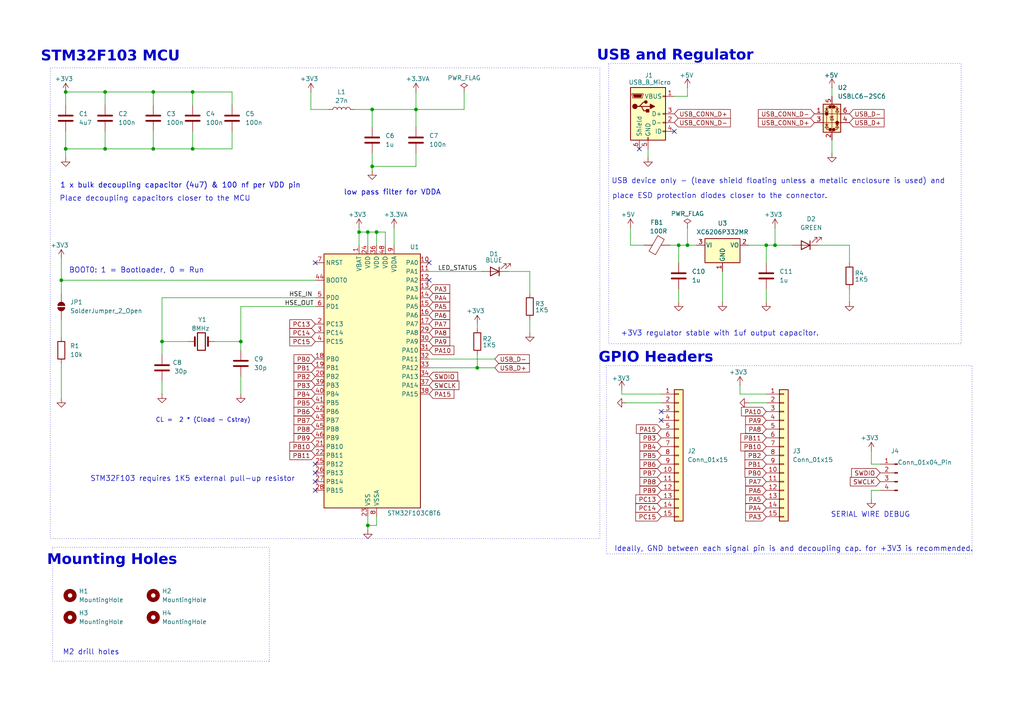
<source format=kicad_sch>
(kicad_sch (version 20231120) (generator "eeschema") (generator_version "8.0")
  (paper "A4")
  (title_block (title "STM32F103 Breakout Board") (date "2024-11-20") (rev "1.0") (company "Malusi Tsoko"))
  (lib_symbols
    (symbol "Connector:Conn_01x04_Pin" (pin_names (offset 1.016) hide)
      (property "Reference" "J" (at 0 5.08 0))
      (property "Value" "Conn_01x04_Pin" (at 0 -7.62 0))
      (symbol "Conn_01x04_Pin_1_1"
        (polyline (pts (xy 1.27 -5.08) (xy 0.8636 -5.08)) (stroke (width 0.1524)))
        (polyline (pts (xy 1.27 -2.54) (xy 0.8636 -2.54)) (stroke (width 0.1524)))
        (polyline (pts (xy 1.27 0) (xy 0.8636 0)) (stroke (width 0.1524)))
        (polyline (pts (xy 1.27 2.54) (xy 0.8636 2.54)) (stroke (width 0.1524)))
        (rectangle (start 0.8636 -4.953) (end 0 -5.207) (stroke (width 0.1524)) (fill (type outline)))
        (rectangle (start 0.8636 -2.413) (end 0 -2.667) (stroke (width 0.1524)) (fill (type outline)))
        (rectangle (start 0.8636 0.127) (end 0 -0.127) (stroke (width 0.1524)) (fill (type outline)))
        (rectangle (start 0.8636 2.667) (end 0 2.413) (stroke (width 0.1524)) (fill (type outline)))
        (pin passive line (at 5.08 2.54 180) (length 3.81) (name "Pin_1") (number "1"))
        (pin passive line (at 5.08 0 180) (length 3.81) (name "Pin_2") (number "2"))
        (pin passive line (at 5.08 -2.54 180) (length 3.81) (name "Pin_3") (number "3"))
        (pin passive line (at 5.08 -5.08 180) (length 3.81) (name "Pin_4") (number "4"))
      )
    )
    (symbol "Connector:USB_B_Micro" (pin_names (offset 1.016))
      (property "Reference" "J" (at -5.08 11.43 0))
      (property "Value" "USB_B_Micro" (at -5.08 8.89 0))
      (symbol "USB_B_Micro_0_1"
        (rectangle (start -5.08 -7.62) (end 5.08 7.62) (stroke (width 0.254)) (fill (type background)))
        (circle (center -3.81 2.159) (radius 0.635) (stroke (width 0.254)) (fill (type outline)))
        (circle (center -0.635 3.429) (radius 0.381) (stroke (width 0.254)) (fill (type outline)))
        (rectangle (start -0.127 -7.62) (end 0.127 -6.858))
        (polyline (pts (xy -1.905 2.159) (xy 0.635 2.159)) (stroke (width 0.254)))
        (polyline (pts (xy -3.175 2.159) (xy -2.54 2.159) (xy -1.27 3.429) (xy -0.635 3.429)) (stroke (width 0.254)))
        (polyline (pts (xy -2.54 2.159) (xy -1.905 2.159) (xy -1.27 0.889) (xy 0 0.889)) (stroke (width 0.254)))
        (polyline (pts (xy 0.635 2.794) (xy 0.635 1.524) (xy 1.905 2.159) (xy 0.635 2.794)) (stroke (width 0.254)) (fill (type outline)))
        (polyline (pts (xy -4.318 5.588) (xy -1.778 5.588) (xy -2.032 4.826) (xy -4.064 4.826) (xy -4.318 5.588)) (fill (type outline)))
        (polyline (pts (xy -4.699 5.842) (xy -4.699 5.588) (xy -4.445 4.826) (xy -4.445 4.572) (xy -1.651 4.572) (xy -1.651 4.826) (xy -1.397 5.588) (xy -1.397 5.842) (xy -4.699 5.842)))
        (rectangle (start 0.254 1.27) (end -0.508 0.508) (stroke (width 0.254)) (fill (type outline)))
        (rectangle (start 5.08 -5.207) (end 4.318 -4.953))
        (rectangle (start 5.08 -2.667) (end 4.318 -2.413))
        (rectangle (start 5.08 -0.127) (end 4.318 0.127))
        (rectangle (start 5.08 4.953) (end 4.318 5.207))
      )
      (symbol "USB_B_Micro_1_1"
        (pin power_out line (at 7.62 5.08 180) (length 2.54) (name "VBUS") (number "1"))
        (pin bidirectional line (at 7.62 -2.54 180) (length 2.54) (name "D-") (number "2"))
        (pin bidirectional line (at 7.62 0 180) (length 2.54) (name "D+") (number "3"))
        (pin passive line (at 7.62 -5.08 180) (length 2.54) (name "ID") (number "4"))
        (pin power_out line (at 0 -10.16 90) (length 2.54) (name "GND") (number "5"))
        (pin passive line (at -2.54 -10.16 90) (length 2.54) (name "Shield") (number "6"))
      )
    )
    (symbol "Connector_Generic:Conn_01x15" (pin_names (offset 1.016) hide)
      (property "Reference" "J" (at 0 20.32 0))
      (property "Value" "Conn_01x15" (at 0 -20.32 0))
      (symbol "Conn_01x15_1_1"
        (rectangle (start -1.27 -17.653) (end 0 -17.907) (stroke (width 0.1524)))
        (rectangle (start -1.27 -15.113) (end 0 -15.367) (stroke (width 0.1524)))
        (rectangle (start -1.27 -12.573) (end 0 -12.827) (stroke (width 0.1524)))
        (rectangle (start -1.27 -10.033) (end 0 -10.287) (stroke (width 0.1524)))
        (rectangle (start -1.27 -7.493) (end 0 -7.747) (stroke (width 0.1524)))
        (rectangle (start -1.27 -4.953) (end 0 -5.207) (stroke (width 0.1524)))
        (rectangle (start -1.27 -2.413) (end 0 -2.667) (stroke (width 0.1524)))
        (rectangle (start -1.27 0.127) (end 0 -0.127) (stroke (width 0.1524)))
        (rectangle (start -1.27 2.667) (end 0 2.413) (stroke (width 0.1524)))
        (rectangle (start -1.27 5.207) (end 0 4.953) (stroke (width 0.1524)))
        (rectangle (start -1.27 7.747) (end 0 7.493) (stroke (width 0.1524)))
        (rectangle (start -1.27 10.287) (end 0 10.033) (stroke (width 0.1524)))
        (rectangle (start -1.27 12.827) (end 0 12.573) (stroke (width 0.1524)))
        (rectangle (start -1.27 15.367) (end 0 15.113) (stroke (width 0.1524)))
        (rectangle (start -1.27 17.907) (end 0 17.653) (stroke (width 0.1524)))
        (rectangle (start -1.27 19.05) (end 1.27 -19.05) (stroke (width 0.254)) (fill (type background)))
        (pin passive line (at -5.08 17.78 0) (length 3.81) (name "Pin_1") (number "1"))
        (pin passive line (at -5.08 -5.08 0) (length 3.81) (name "Pin_10") (number "10"))
        (pin passive line (at -5.08 -7.62 0) (length 3.81) (name "Pin_11") (number "11"))
        (pin passive line (at -5.08 -10.16 0) (length 3.81) (name "Pin_12") (number "12"))
        (pin passive line (at -5.08 -12.7 0) (length 3.81) (name "Pin_13") (number "13"))
        (pin passive line (at -5.08 -15.24 0) (length 3.81) (name "Pin_14") (number "14"))
        (pin passive line (at -5.08 -17.78 0) (length 3.81) (name "Pin_15") (number "15"))
        (pin passive line (at -5.08 15.24 0) (length 3.81) (name "Pin_2") (number "2"))
        (pin passive line (at -5.08 12.7 0) (length 3.81) (name "Pin_3") (number "3"))
        (pin passive line (at -5.08 10.16 0) (length 3.81) (name "Pin_4") (number "4"))
        (pin passive line (at -5.08 7.62 0) (length 3.81) (name "Pin_5") (number "5"))
        (pin passive line (at -5.08 5.08 0) (length 3.81) (name "Pin_6") (number "6"))
        (pin passive line (at -5.08 2.54 0) (length 3.81) (name "Pin_7") (number "7"))
        (pin passive line (at -5.08 0 0) (length 3.81) (name "Pin_8") (number "8"))
        (pin passive line (at -5.08 -2.54 0) (length 3.81) (name "Pin_9") (number "9"))
      )
    )
    (symbol "Device:C" (pin_numbers hide) (pin_names (offset 0.254))
      (property "Reference" "C" (at 0.635 2.54 0))
      (property "Value" "C" (at 0.635 -2.54 0))
      (symbol "C_0_1"
        (polyline (pts (xy -2.032 -0.762) (xy 2.032 -0.762)) (stroke (width 0.508)))
        (polyline (pts (xy -2.032 0.762) (xy 2.032 0.762)) (stroke (width 0.508)))
      )
      (symbol "C_1_1"
        (pin passive line (at 0 3.81 270) (length 2.794) (name "~") (number "1"))
        (pin passive line (at 0 -3.81 90) (length 2.794) (name "~") (number "2"))
      )
    )
    (symbol "Device:Crystal" (pin_numbers hide) (pin_names (offset 1.016) hide)
      (property "Reference" "Y" (at 0 3.81 0))
      (property "Value" "Crystal" (at 0 -3.81 0))
      (symbol "Crystal_0_1"
        (rectangle (start -1.143 2.54) (end 1.143 -2.54) (stroke (width 0.3048)))
        (polyline (pts (xy -2.54 0) (xy -1.905 0)))
        (polyline (pts (xy -1.905 -1.27) (xy -1.905 1.27)) (stroke (width 0.508)))
        (polyline (pts (xy 1.905 -1.27) (xy 1.905 1.27)) (stroke (width 0.508)))
        (polyline (pts (xy 2.54 0) (xy 1.905 0)))
      )
      (symbol "Crystal_1_1"
        (pin passive line (at -3.81 0 0) (length 1.27) (name "1") (number "1"))
        (pin passive line (at 3.81 0 180) (length 1.27) (name "2") (number "2"))
      )
    )
    (symbol "Device:FerriteBead" (pin_numbers hide) (pin_names (offset 0))
      (property "Reference" "FB" (at -3.81 0.635 90))
      (property "Value" "FerriteBead" (at 3.81 0 90))
      (symbol "FerriteBead_0_1"
        (polyline (pts (xy 0 -1.27) (xy 0 -1.2192)))
        (polyline (pts (xy 0 1.27) (xy 0 1.2954)))
        (polyline (pts (xy -2.7686 0.4064) (xy -1.7018 2.2606) (xy 2.7686 -0.3048) (xy 1.6764 -2.159) (xy -2.7686 0.4064)))
      )
      (symbol "FerriteBead_1_1"
        (pin passive line (at 0 3.81 270) (length 2.54) (name "~") (number "1"))
        (pin passive line (at 0 -3.81 90) (length 2.54) (name "~") (number "2"))
      )
    )
    (symbol "Device:L" (pin_numbers hide) (pin_names (offset 1.016) hide)
      (property "Reference" "L" (at -1.27 0 90))
      (property "Value" "L" (at 1.905 0 90))
      (symbol "L_0_1"
        (arc (start 0 -2.54) (mid 0.6323 -1.905) (end 0 -1.27))
        (arc (start 0 -1.27) (mid 0.6323 -0.635) (end 0 0))
        (arc (start 0 0) (mid 0.6323 0.635) (end 0 1.27))
        (arc (start 0 1.27) (mid 0.6323 1.905) (end 0 2.54))
      )
      (symbol "L_1_1"
        (pin passive line (at 0 3.81 270) (length 1.27) (name "1") (number "1"))
        (pin passive line (at 0 -3.81 90) (length 1.27) (name "2") (number "2"))
      )
    )
    (symbol "Device:LED" (pin_numbers hide) (pin_names (offset 1.016) hide)
      (property "Reference" "D" (at 0 2.54 0))
      (property "Value" "LED" (at 0 -2.54 0))
      (symbol "LED_0_1"
        (polyline (pts (xy -1.27 -1.27) (xy -1.27 1.27)) (stroke (width 0.254)))
        (polyline (pts (xy -1.27 0) (xy 1.27 0)))
        (polyline (pts (xy 1.27 -1.27) (xy 1.27 1.27) (xy -1.27 0) (xy 1.27 -1.27)) (stroke (width 0.254)))
        (polyline (pts (xy -3.048 -0.762) (xy -4.572 -2.286) (xy -3.81 -2.286) (xy -4.572 -2.286) (xy -4.572 -1.524)))
        (polyline (pts (xy -1.778 -0.762) (xy -3.302 -2.286) (xy -2.54 -2.286) (xy -3.302 -2.286) (xy -3.302 -1.524)))
      )
      (symbol "LED_1_1"
        (pin passive line (at -3.81 0 0) (length 2.54) (name "K") (number "1"))
        (pin passive line (at 3.81 0 180) (length 2.54) (name "A") (number "2"))
      )
    )
    (symbol "Device:R" (pin_numbers hide) (pin_names (offset 0))
      (property "Reference" "R" (at 2.032 0 90))
      (property "Value" "R" (at 0 0 90))
      (symbol "R_0_1"
        (rectangle (start -1.016 -2.54) (end 1.016 2.54) (stroke (width 0.254)))
      )
      (symbol "R_1_1"
        (pin passive line (at 0 3.81 270) (length 1.27) (name "~") (number "1"))
        (pin passive line (at 0 -3.81 90) (length 1.27) (name "~") (number "2"))
      )
    )
    (symbol "Jumper:SolderJumper_2_Open" (pin_numbers hide) (pin_names (offset 0) hide) (exclude_from_sim yes) (in_bom no)
      (property "Reference" "JP" (at 0 2.032 0))
      (property "Value" "SolderJumper_2_Open" (at 0 -2.54 0))
      (symbol "SolderJumper_2_Open_0_1"
        (arc (start -0.254 1.016) (mid -1.2656 0) (end -0.254 -1.016))
        (arc (start -0.254 1.016) (mid -1.2656 0) (end -0.254 -1.016) (fill (type outline)))
        (polyline (pts (xy -0.254 1.016) (xy -0.254 -1.016)))
        (polyline (pts (xy 0.254 1.016) (xy 0.254 -1.016)))
        (arc (start 0.254 -1.016) (mid 1.2656 0) (end 0.254 1.016))
        (arc (start 0.254 -1.016) (mid 1.2656 0) (end 0.254 1.016) (fill (type outline)))
      )
      (symbol "SolderJumper_2_Open_1_1"
        (pin passive line (at -3.81 0 0) (length 2.54) (name "A") (number "1"))
        (pin passive line (at 3.81 0 180) (length 2.54) (name "B") (number "2"))
      )
    )
    (symbol "MCU_ST_STM32F1:STM32F103C8Tx"
      (property "Reference" "U" (at -12.7 39.37 0))
      (property "Value" "STM32F103C8Tx" (at 10.16 39.37 0))
      (symbol "STM32F103C8Tx_0_1"
        (rectangle (start -12.7 -35.56) (end 15.24 38.1) (stroke (width 0.254)) (fill (type background)))
      )
      (symbol "STM32F103C8Tx_1_1"
        (pin power_in line (at -2.54 40.64 270) (length 2.54) (name "VBAT") (number "1"))
        (pin bidirectional line (at 17.78 35.56 180) (length 2.54) (name "PA0") (number "10"))
        (pin bidirectional line (at 17.78 33.02 180) (length 2.54) (name "PA1") (number "11"))
        (pin bidirectional line (at 17.78 30.48 180) (length 2.54) (name "PA2") (number "12"))
        (pin bidirectional line (at 17.78 27.94 180) (length 2.54) (name "PA3") (number "13"))
        (pin bidirectional line (at 17.78 25.4 180) (length 2.54) (name "PA4") (number "14"))
        (pin bidirectional line (at 17.78 22.86 180) (length 2.54) (name "PA5") (number "15"))
        (pin bidirectional line (at 17.78 20.32 180) (length 2.54) (name "PA6") (number "16"))
        (pin bidirectional line (at 17.78 17.78 180) (length 2.54) (name "PA7") (number "17"))
        (pin bidirectional line (at -15.24 7.62 0) (length 2.54) (name "PB0") (number "18"))
        (pin bidirectional line (at -15.24 5.08 0) (length 2.54) (name "PB1") (number "19"))
        (pin bidirectional line (at -15.24 17.78 0) (length 2.54) (name "PC13") (number "2"))
        (pin bidirectional line (at -15.24 2.54 0) (length 2.54) (name "PB2") (number "20"))
        (pin bidirectional line (at -15.24 -17.78 0) (length 2.54) (name "PB10") (number "21"))
        (pin bidirectional line (at -15.24 -20.32 0) (length 2.54) (name "PB11") (number "22"))
        (pin power_in line (at 0 -38.1 90) (length 2.54) (name "VSS") (number "23"))
        (pin power_in line (at 0 40.64 270) (length 2.54) (name "VDD") (number "24"))
        (pin bidirectional line (at -15.24 -22.86 0) (length 2.54) (name "PB12") (number "25"))
        (pin bidirectional line (at -15.24 -25.4 0) (length 2.54) (name "PB13") (number "26"))
        (pin bidirectional line (at -15.24 -27.94 0) (length 2.54) (name "PB14") (number "27"))
        (pin bidirectional line (at -15.24 -30.48 0) (length 2.54) (name "PB15") (number "28"))
        (pin bidirectional line (at 17.78 15.24 180) (length 2.54) (name "PA8") (number "29"))
        (pin bidirectional line (at -15.24 15.24 0) (length 2.54) (name "PC14") (number "3"))
        (pin bidirectional line (at 17.78 12.7 180) (length 2.54) (name "PA9") (number "30"))
        (pin bidirectional line (at 17.78 10.16 180) (length 2.54) (name "PA10") (number "31"))
        (pin bidirectional line (at 17.78 7.62 180) (length 2.54) (name "PA11") (number "32"))
        (pin bidirectional line (at 17.78 5.08 180) (length 2.54) (name "PA12") (number "33"))
        (pin bidirectional line (at 17.78 2.54 180) (length 2.54) (name "PA13") (number "34"))
        (pin passive line (at 0 -38.1 90) (length 2.54) hide (name "VSS") (number "35"))
        (pin power_in line (at 2.54 40.64 270) (length 2.54) (name "VDD") (number "36"))
        (pin bidirectional line (at 17.78 0 180) (length 2.54) (name "PA14") (number "37"))
        (pin bidirectional line (at 17.78 -2.54 180) (length 2.54) (name "PA15") (number "38"))
        (pin bidirectional line (at -15.24 0 0) (length 2.54) (name "PB3") (number "39"))
        (pin bidirectional line (at -15.24 12.7 0) (length 2.54) (name "PC15") (number "4"))
        (pin bidirectional line (at -15.24 -2.54 0) (length 2.54) (name "PB4") (number "40"))
        (pin bidirectional line (at -15.24 -5.08 0) (length 2.54) (name "PB5") (number "41"))
        (pin bidirectional line (at -15.24 -7.62 0) (length 2.54) (name "PB6") (number "42"))
        (pin bidirectional line (at -15.24 -10.16 0) (length 2.54) (name "PB7") (number "43"))
        (pin input line (at -15.24 30.48 0) (length 2.54) (name "BOOT0") (number "44"))
        (pin bidirectional line (at -15.24 -12.7 0) (length 2.54) (name "PB8") (number "45"))
        (pin bidirectional line (at -15.24 -15.24 0) (length 2.54) (name "PB9") (number "46"))
        (pin passive line (at 0 -38.1 90) (length 2.54) hide (name "VSS") (number "47"))
        (pin power_in line (at 5.08 40.64 270) (length 2.54) (name "VDD") (number "48"))
        (pin bidirectional line (at -15.24 25.4 0) (length 2.54) (name "PD0") (number "5"))
        (pin bidirectional line (at -15.24 22.86 0) (length 2.54) (name "PD1") (number "6"))
        (pin input line (at -15.24 35.56 0) (length 2.54) (name "NRST") (number "7"))
        (pin power_in line (at 2.54 -38.1 90) (length 2.54) (name "VSSA") (number "8"))
        (pin power_in line (at 7.62 40.64 270) (length 2.54) (name "VDDA") (number "9"))
      )
    )
    (symbol "Mechanical:MountingHole" (pin_names (offset 1.016)) (exclude_from_sim yes) (in_bom no)
      (property "Reference" "H" (at 0 5.08 0))
      (property "Value" "MountingHole" (at 0 3.175 0))
      (symbol "MountingHole_0_1"
        (circle (center 0 0) (radius 1.27) (stroke (width 1.27)))
      )
    )
    (symbol "Power_Protection:USBLC6-2SC6" (pin_names hide)
      (property "Reference" "U" (at 0.635 5.715 0))
      (property "Value" "USBLC6-2SC6" (at 0.635 3.81 0))
      (symbol "USBLC6-2SC6_0_0"
        (circle (center -1.524 0) (radius 0.0001) (stroke (width 0.508)))
        (circle (center -0.508 -4.572) (radius 0.0001) (stroke (width 0.508)))
        (circle (center -0.508 2.032) (radius 0.0001) (stroke (width 0.508)))
        (circle (center 0.508 -4.572) (radius 0.0001) (stroke (width 0.508)))
        (circle (center 0.508 2.032) (radius 0.0001) (stroke (width 0.508)))
        (circle (center 1.524 -2.54) (radius 0.0001) (stroke (width 0.508)))
      )
      (symbol "USBLC6-2SC6_0_1"
        (polyline (pts (xy -2.54 -2.54) (xy 2.54 -2.54)))
        (polyline (pts (xy -2.54 0) (xy 2.54 0)))
        (polyline (pts (xy -2.032 -3.048) (xy -1.016 -3.048)))
        (polyline (pts (xy -1.016 1.524) (xy -2.032 1.524)))
        (polyline (pts (xy 1.016 -3.048) (xy 2.032 -3.048)))
        (polyline (pts (xy 1.016 1.524) (xy 2.032 1.524)))
        (polyline (pts (xy -0.508 -1.143) (xy -0.508 -0.762) (xy 0.508 -0.762)))
        (polyline (pts (xy -2.032 0.508) (xy -1.016 0.508) (xy -1.524 1.524) (xy -2.032 0.508)))
        (polyline (pts (xy -1.016 -4.064) (xy -2.032 -4.064) (xy -1.524 -3.048) (xy -1.016 -4.064)))
        (polyline (pts (xy 0.508 -1.778) (xy -0.508 -1.778) (xy 0 -0.762) (xy 0.508 -1.778)))
        (polyline (pts (xy 2.032 -4.064) (xy 1.016 -4.064) (xy 1.524 -3.048) (xy 2.032 -4.064)))
        (polyline (pts (xy 2.032 0.508) (xy 1.016 0.508) (xy 1.524 1.524) (xy 2.032 0.508)))
        (polyline (pts (xy 0 2.54) (xy -0.508 2.032) (xy 0.508 2.032) (xy 0 1.524) (xy 0 -4.064) (xy -0.508 -4.572) (xy 0.508 -4.572) (xy 0 -5.08)))
      )
      (symbol "USBLC6-2SC6_1_1"
        (rectangle (start -2.54 2.794) (end 2.54 -5.334) (stroke (width 0.254)) (fill (type background)))
        (polyline (pts (xy -0.508 2.032) (xy -1.524 2.032) (xy -1.524 -4.572) (xy -0.508 -4.572)))
        (polyline (pts (xy 0.508 -4.572) (xy 1.524 -4.572) (xy 1.524 2.032) (xy 0.508 2.032)))
        (pin passive line (at -5.08 0 0) (length 2.54) (name "I/O1") (number "1"))
        (pin passive line (at 0 -7.62 90) (length 2.54) (name "GND") (number "2"))
        (pin passive line (at -5.08 -2.54 0) (length 2.54) (name "I/O2") (number "3"))
        (pin passive line (at 5.08 -2.54 180) (length 2.54) (name "I/O2") (number "4"))
        (pin passive line (at 0 5.08 270) (length 2.54) (name "VBUS") (number "5"))
        (pin passive line (at 5.08 0 180) (length 2.54) (name "I/O1") (number "6"))
      )
    )
    (symbol "Regulator_Linear:XC6206PxxxMR" (pin_names (offset 0.254))
      (property "Reference" "U" (at -3.81 3.175 0))
      (property "Value" "XC6206PxxxMR" (at 0 3.175 0))
      (symbol "XC6206PxxxMR_0_1"
        (rectangle (start -5.08 1.905) (end 5.08 -5.08) (stroke (width 0.254)) (fill (type background)))
      )
      (symbol "XC6206PxxxMR_1_1"
        (pin power_in line (at 0 -7.62 90) (length 2.54) (name "GND") (number "1"))
        (pin power_out line (at 7.62 0 180) (length 2.54) (name "VO") (number "2"))
        (pin power_in line (at -7.62 0 0) (length 2.54) (name "VI") (number "3"))
      )
    )
    (symbol "power:+3.3VA" (power) (pin_numbers hide) (pin_names (offset 0) hide)
      (property "Value" "+3.3VA" (at 0 3.556 0))
      (symbol "+3.3VA_0_1"
        (polyline (pts (xy -0.762 1.27) (xy 0 2.54)))
        (polyline (pts (xy 0 0) (xy 0 2.54)))
        (polyline (pts (xy 0 2.54) (xy 0.762 1.27)))
      )
      (symbol "+3.3VA_1_1"
        (pin power_in line (at 0 0 90) (length 0) (name "~") (number "1"))
      )
    )
    (symbol "power:+3V3" (power) (pin_numbers hide) (pin_names (offset 0) hide)
      (property "Value" "+3V3" (at 0 3.556 0))
      (symbol "+3V3_0_1"
        (polyline (pts (xy -0.762 1.27) (xy 0 2.54)))
        (polyline (pts (xy 0 0) (xy 0 2.54)))
        (polyline (pts (xy 0 2.54) (xy 0.762 1.27)))
      )
      (symbol "+3V3_1_1"
        (pin power_in line (at 0 0 90) (length 0) (name "~") (number "1"))
      )
    )
    (symbol "power:+5V" (power) (pin_numbers hide) (pin_names (offset 0) hide)
      (property "Value" "+5V" (at 0 3.556 0))
      (symbol "+5V_0_1"
        (polyline (pts (xy -0.762 1.27) (xy 0 2.54)))
        (polyline (pts (xy 0 0) (xy 0 2.54)))
        (polyline (pts (xy 0 2.54) (xy 0.762 1.27)))
      )
      (symbol "+5V_1_1"
        (pin power_in line (at 0 0 90) (length 0) (name "~") (number "1"))
      )
    )
    (symbol "power:GND" (power) (pin_numbers hide) (pin_names (offset 0) hide)
      (property "Value" "GND" (at 0 -3.81 0))
      (symbol "GND_0_1"
        (polyline (pts (xy 0 0) (xy 0 -1.27) (xy 1.27 -1.27) (xy 0 -2.54) (xy -1.27 -1.27) (xy 0 -1.27)))
      )
      (symbol "GND_1_1"
        (pin power_in line (at 0 0 270) (length 0) (name "~") (number "1"))
      )
    )
    (symbol "power:PWR_FLAG" (power) (pin_numbers hide) (pin_names (offset 0) hide)
      (property "Value" "PWR_FLAG" (at 0 3.81 0))
      (symbol "PWR_FLAG_0_0"
        (pin power_out line (at 0 0 90) (length 0) (name "~") (number "1"))
      )
      (symbol "PWR_FLAG_0_1"
        (polyline (pts (xy 0 0) (xy 0 1.27) (xy -1.016 1.905) (xy 0 2.54) (xy 1.016 1.905) (xy 0 1.27)))
      )
    )
  )
  (junction (at 55.88 26.67))
  (junction (at 199.39 71.12))
  (junction (at 109.22 67.31))
  (junction (at 30.48 43.18))
  (junction (at 138.43 106.68))
  (junction (at 106.68 152.4))
  (junction (at 222.25 71.12))
  (junction (at 19.05 26.67))
  (junction (at 196.85 71.12))
  (junction (at 107.95 48.26))
  (junction (at 104.14 67.31))
  (junction (at 44.45 26.67))
  (junction (at 106.68 67.31))
  (junction (at 55.88 43.18))
  (junction (at 44.45 43.18))
  (junction (at 224.79 71.12))
  (junction (at 19.05 43.18))
  (junction (at 107.95 31.75))
  (junction (at 46.99 99.06))
  (junction (at 69.85 99.06))
  (junction (at 120.65 31.75))
  (junction (at 30.48 26.67))
  (junction (at 17.78 81.28))
  (no_connect (at 91.44 134.62))
  (no_connect (at 191.77 121.92))
  (no_connect (at 91.44 137.16))
  (no_connect (at 191.77 119.38))
  (no_connect (at 195.58 38.1))
  (no_connect (at 91.44 139.7))
  (no_connect (at 124.46 81.28))
  (no_connect (at 91.44 76.2))
  (no_connect (at 185.42 43.18))
  (no_connect (at 91.44 142.24))
  (no_connect (at 124.46 76.2))
  (wire (pts (xy 17.78 81.28) (xy 17.78 85.09)))
  (wire (pts (xy 44.45 38.1) (xy 44.45 43.18)))
  (wire (pts (xy 214.63 111.76) (xy 214.63 114.3)))
  (wire (pts (xy 217.17 71.12) (xy 222.25 71.12)))
  (wire (pts (xy 222.25 71.12) (xy 222.25 76.2)))
  (wire (pts (xy 55.88 38.1) (xy 55.88 43.18)))
  (wire (pts (xy 67.31 26.67) (xy 55.88 26.67)))
  (wire (pts (xy 224.79 71.12) (xy 222.25 71.12)))
  (wire (pts (xy 55.88 26.67) (xy 44.45 26.67)))
  (wire (pts (xy 214.63 114.3) (xy 222.25 114.3)))
  (wire (pts (xy 252.73 144.78) (xy 252.73 142.24)))
  (wire (pts (xy 241.3 25.4) (xy 241.3 27.94)))
  (wire (pts (xy 19.05 43.18) (xy 19.05 45.72)))
  (wire (pts (xy 252.73 142.24) (xy 255.27 142.24)))
  (wire (pts (xy 17.78 92.71) (xy 17.78 97.79)))
  (wire (pts (xy 106.68 67.31) (xy 106.68 71.12)))
  (wire (pts (xy 104.14 67.31) (xy 104.14 71.12)))
  (wire (pts (xy 187.96 43.18) (xy 187.96 45.72)))
  (wire (pts (xy 109.22 149.86) (xy 109.22 152.4)))
  (wire (pts (xy 67.31 30.48) (xy 67.31 26.67)))
  (wire (pts (xy 107.95 44.45) (xy 107.95 48.26)))
  (wire (pts (xy 153.67 78.74) (xy 153.67 85.09)))
  (wire (pts (xy 107.95 31.75) (xy 120.65 31.75)))
  (wire (pts (xy 196.85 71.12) (xy 196.85 76.2)))
  (wire (pts (xy 196.85 71.12) (xy 199.39 71.12)))
  (wire (pts (xy 90.17 26.67) (xy 90.17 31.75)))
  (wire (pts (xy 199.39 71.12) (xy 201.93 71.12)))
  (wire (pts (xy 124.46 104.14) (xy 143.51 104.14)))
  (wire (pts (xy 102.87 31.75) (xy 107.95 31.75)))
  (wire (pts (xy 111.76 71.12) (xy 111.76 67.31)))
  (wire (pts (xy 138.43 93.98) (xy 138.43 95.25)))
  (wire (pts (xy 109.22 67.31) (xy 109.22 71.12)))
  (wire (pts (xy 109.22 67.31) (xy 106.68 67.31)))
  (wire (pts (xy 182.88 66.04) (xy 182.88 71.12)))
  (wire (pts (xy 153.67 92.71) (xy 153.67 96.52)))
  (wire (pts (xy 91.44 86.36) (xy 46.99 86.36)))
  (wire (pts (xy 180.34 113.03) (xy 180.34 114.3)))
  (wire (pts (xy 17.78 105.41) (xy 17.78 115.57)))
  (wire (pts (xy 17.78 74.93) (xy 17.78 81.28)))
  (wire (pts (xy 134.62 26.67) (xy 134.62 31.75)))
  (wire (pts (xy 54.61 99.06) (xy 46.99 99.06)))
  (wire (pts (xy 111.76 67.31) (xy 109.22 67.31)))
  (wire (pts (xy 46.99 110.49) (xy 46.99 114.3)))
  (wire (pts (xy 44.45 43.18) (xy 55.88 43.18)))
  (wire (pts (xy 246.38 83.82) (xy 246.38 87.63)))
  (wire (pts (xy 180.34 114.3) (xy 191.77 114.3)))
  (wire (pts (xy 107.95 31.75) (xy 107.95 36.83)))
  (wire (pts (xy 182.88 71.12) (xy 186.69 71.12)))
  (wire (pts (xy 199.39 25.4) (xy 199.39 27.94)))
  (wire (pts (xy 246.38 76.2) (xy 246.38 71.12)))
  (wire (pts (xy 147.32 78.74) (xy 153.67 78.74)))
  (wire (pts (xy 106.68 67.31) (xy 104.14 67.31)))
  (wire (pts (xy 69.85 88.9) (xy 69.85 99.06)))
  (wire (pts (xy 30.48 43.18) (xy 44.45 43.18)))
  (wire (pts (xy 30.48 38.1) (xy 30.48 43.18)))
  (wire (pts (xy 107.95 48.26) (xy 107.95 49.53)))
  (wire (pts (xy 120.65 31.75) (xy 120.65 36.83)))
  (wire (pts (xy 44.45 26.67) (xy 44.45 30.48)))
  (wire (pts (xy 217.17 116.84) (xy 222.25 116.84)))
  (wire (pts (xy 120.65 48.26) (xy 107.95 48.26)))
  (wire (pts (xy 62.23 99.06) (xy 69.85 99.06)))
  (wire (pts (xy 30.48 26.67) (xy 19.05 26.67)))
  (wire (pts (xy 55.88 43.18) (xy 67.31 43.18)))
  (wire (pts (xy 19.05 38.1) (xy 19.05 43.18)))
  (wire (pts (xy 67.31 38.1) (xy 67.31 43.18)))
  (wire (pts (xy 229.87 71.12) (xy 224.79 71.12)))
  (wire (pts (xy 114.3 66.04) (xy 114.3 71.12)))
  (wire (pts (xy 46.99 99.06) (xy 46.99 102.87)))
  (wire (pts (xy 124.46 78.74) (xy 139.7 78.74)))
  (wire (pts (xy 138.43 102.87) (xy 138.43 106.68)))
  (wire (pts (xy 69.85 88.9) (xy 91.44 88.9)))
  (wire (pts (xy 252.73 134.62) (xy 252.73 130.81)))
  (wire (pts (xy 209.55 78.74) (xy 209.55 87.63)))
  (wire (pts (xy 246.38 71.12) (xy 237.49 71.12)))
  (wire (pts (xy 106.68 149.86) (xy 106.68 152.4)))
  (wire (pts (xy 104.14 66.04) (xy 104.14 67.31)))
  (wire (pts (xy 194.31 71.12) (xy 196.85 71.12)))
  (wire (pts (xy 134.62 31.75) (xy 120.65 31.75)))
  (wire (pts (xy 17.78 81.28) (xy 91.44 81.28)))
  (wire (pts (xy 44.45 26.67) (xy 30.48 26.67)))
  (wire (pts (xy 138.43 106.68) (xy 143.51 106.68)))
  (wire (pts (xy 109.22 152.4) (xy 106.68 152.4)))
  (wire (pts (xy 19.05 26.67) (xy 19.05 30.48)))
  (wire (pts (xy 19.05 43.18) (xy 30.48 43.18)))
  (wire (pts (xy 199.39 66.04) (xy 199.39 71.12)))
  (wire (pts (xy 46.99 86.36) (xy 46.99 99.06)))
  (wire (pts (xy 106.68 153.67) (xy 106.68 152.4)))
  (wire (pts (xy 222.25 83.82) (xy 222.25 87.63)))
  (wire (pts (xy 124.46 106.68) (xy 138.43 106.68)))
  (wire (pts (xy 90.17 31.75) (xy 95.25 31.75)))
  (wire (pts (xy 181.61 116.84) (xy 191.77 116.84)))
  (wire (pts (xy 120.65 44.45) (xy 120.65 48.26)))
  (wire (pts (xy 30.48 26.67) (xy 30.48 30.48)))
  (wire (pts (xy 196.85 83.82) (xy 196.85 87.63)))
  (wire (pts (xy 199.39 27.94) (xy 195.58 27.94)))
  (wire (pts (xy 55.88 26.67) (xy 55.88 30.48)))
  (wire (pts (xy 255.27 134.62) (xy 252.73 134.62)))
  (wire (pts (xy 69.85 109.22) (xy 69.85 114.3)))
  (wire (pts (xy 120.65 26.67) (xy 120.65 31.75)))
  (wire (pts (xy 241.3 40.64) (xy 241.3 44.45)))
  (wire (pts (xy 69.85 99.06) (xy 69.85 101.6)))
  (wire (pts (xy 224.79 66.04) (xy 224.79 71.12)))
  (rectangle (start 176.53 18.415) (end 278.765 99.695) (stroke (width 0) (type dot)))
  (rectangle (start 78.105 191.77) (end 78.105 191.77))
  (rectangle (start 280.035 161.925) (end 280.035 161.925))
  (rectangle (start 175.895 106.045) (end 281.94 160.655) (stroke (width 0) (type dot)))
  (rectangle (start 14.605 19.685) (end 173.99 156.21) (stroke (width 0) (type dot)))
  (rectangle (start 15.24 158.75) (end 78.105 191.77) (stroke (width 0) (type dot)))
  (text "M2 drill holes" (at 26.416 189.23 0) (effects (font (size 1.524 1.524))))
  (text "SERIAL WIRE DEBUG" (at 252.476 149.352 0) (effects (font (size 1.524 1.524))))
  (text "GPIO Headers" (at 190.246 104.648 0) (effects (font (size 3.048 3.048) (thickness 0.6096) (bold yes))))
  (text "+3V3 regulator stable with 1uf output capacitor." (at 208.788 96.774 0) (effects (font (size 1.524 1.524))))
  (text "USB device only - (leave shield floating unless a metalic enclosure is used) and \n" (at 226.314 52.578 0) (effects (font (size 1.524 1.524))))
  (text "CL =  2 * (Cload - Cstray)" (at 58.928 121.92 0) (effects (font (size 1.27 1.27) (thickness 0.1588))))
  (text "Place decoupling capacitors closer to the MCU" (at 44.958 57.658 0) (effects (font (size 1.524 1.524))))
  (text "low pass filter for VDDA" (at 113.792 55.88 0) (effects (font (size 1.524 1.524) (thickness 0.1905))))
  (text "STM32F103 MCU" (at 32.004 17.272 0) (effects (font (size 3.048 3.048) (thickness 0.6096) (bold yes))))
  (text "place ESD protection diodes closer to the connector." (at 208.788 56.896 0) (effects (font (size 1.524 1.524))))
  (text "Ideally, GND between each signal pin is and decoupling cap. for +3V3 is recommended.  " (at 231.394 159.258 0) (effects (font (size 1.524 1.524))))
  (text "BOOT0: 1 = Bootloader, 0 = Run" (at 39.624 78.486 0) (effects (font (size 1.524 1.524) (thickness 0.1588))))
  (text "STM32F103 requires 1K5 external pull-up resistor" (at 55.88 138.938 0) (effects (font (size 1.524 1.524))))
  (text "Mounting Holes" (at 32.512 163.322 0) (effects (font (size 3.048 3.048) (thickness 0.6096) (bold yes))))
  (text "1 x bulk decoupling capacitor (4u7) & 100 nf per VDD pin" (at 52.324 53.848 0) (effects (font (size 1.524 1.524) (thickness 0.1905))))
  (text "USB and Regulator" (at 195.834 17.018 0) (effects (font (size 3.048 3.048) (thickness 0.4064) (bold yes))))
  (label "LED_STATUS" (at 127 78.74 0))
  (label "HSE_OUT" (at 82.55 88.9 0) (effects (font (thickness 0.1588))))
  (label "HSE_IN" (at 83.82 86.36 0) (effects (font (thickness 0.1588))))
  (global_label "PA5" (shape input) (at 124.46 88.9 0) (property "Intersheetrefs" "${INTERSHEET_REFS}" (effects (hide yes))))
  (global_label "PA6" (shape input) (at 222.25 142.24 180) (property "Intersheetrefs" "${INTERSHEET_REFS}" (effects (hide yes))))
  (global_label "PA9" (shape input) (at 222.25 121.92 180) (property "Intersheetrefs" "${INTERSHEET_REFS}" (effects (hide yes))))
  (global_label "PB10" (shape input) (at 222.25 129.54 180) (property "Intersheetrefs" "${INTERSHEET_REFS}" (effects (hide yes))))
  (global_label "PA7" (shape input) (at 222.25 139.7 180) (property "Intersheetrefs" "${INTERSHEET_REFS}" (effects (hide yes))))
  (global_label "PC15" (shape input) (at 191.77 149.86 180) (property "Intersheetrefs" "${INTERSHEET_REFS}" (effects (hide yes))))
  (global_label "SWCLK" (shape input) (at 124.46 111.76 0) (effects (font (thickness 0.1588))) (property "Intersheetrefs" "${INTERSHEET_REFS}" (effects (hide yes))))
  (global_label "PB3" (shape input) (at 91.44 111.76 180) (property "Intersheetrefs" "${INTERSHEET_REFS}" (effects (hide yes))))
  (global_label "SWDIO" (shape input) (at 255.27 137.16 180) (effects (font (thickness 0.1588))) (property "Intersheetrefs" "${INTERSHEET_REFS}" (effects (hide yes))))
  (global_label "USB_D+" (shape input) (at 246.38 35.56 0) (property "Intersheetrefs" "${INTERSHEET_REFS}" (effects (hide yes))))
  (global_label "PB1" (shape input) (at 222.25 134.62 180) (property "Intersheetrefs" "${INTERSHEET_REFS}" (effects (hide yes))))
  (global_label "PA15" (shape input) (at 191.77 124.46 180) (property "Intersheetrefs" "${INTERSHEET_REFS}" (effects (hide yes))))
  (global_label "PC14" (shape input) (at 91.44 96.52 180) (property "Intersheetrefs" "${INTERSHEET_REFS}" (effects (hide yes))))
  (global_label "SWCLK" (shape input) (at 255.27 139.7 180) (effects (font (thickness 0.1588))) (property "Intersheetrefs" "${INTERSHEET_REFS}" (effects (hide yes))))
  (global_label "PB9" (shape input) (at 191.77 142.24 180) (property "Intersheetrefs" "${INTERSHEET_REFS}" (effects (hide yes))))
  (global_label "PA9" (shape input) (at 124.46 99.06 0) (property "Intersheetrefs" "${INTERSHEET_REFS}" (effects (hide yes))))
  (global_label "USB_CONN_D+" (shape input) (at 236.22 35.56 180) (property "Intersheetrefs" "${INTERSHEET_REFS}" (effects (hide yes))))
  (global_label "USB_D+" (shape input) (at 143.51 106.68 0) (property "Intersheetrefs" "${INTERSHEET_REFS}" (effects (hide yes))))
  (global_label "PA10" (shape input) (at 222.25 119.38 180) (property "Intersheetrefs" "${INTERSHEET_REFS}" (effects (hide yes))))
  (global_label "PB5" (shape input) (at 191.77 132.08 180) (property "Intersheetrefs" "${INTERSHEET_REFS}" (effects (hide yes))))
  (global_label "PB6" (shape input) (at 191.77 134.62 180) (property "Intersheetrefs" "${INTERSHEET_REFS}" (effects (hide yes))))
  (global_label "PC14" (shape input) (at 191.77 147.32 180) (property "Intersheetrefs" "${INTERSHEET_REFS}" (effects (hide yes))))
  (global_label "PB10" (shape input) (at 91.44 129.54 180) (property "Intersheetrefs" "${INTERSHEET_REFS}" (effects (hide yes))))
  (global_label "PA7" (shape input) (at 124.46 93.98 0) (property "Intersheetrefs" "${INTERSHEET_REFS}" (effects (hide yes))))
  (global_label "USB_CONN_D+" (shape input) (at 195.58 33.02 0) (property "Intersheetrefs" "${INTERSHEET_REFS}" (effects (hide yes))))
  (global_label "PB7" (shape input) (at 91.44 121.92 180) (property "Intersheetrefs" "${INTERSHEET_REFS}" (effects (hide yes))))
  (global_label "PA10" (shape input) (at 124.46 101.6 0) (property "Intersheetrefs" "${INTERSHEET_REFS}" (effects (hide yes))))
  (global_label "PC15" (shape input) (at 91.44 99.06 180) (property "Intersheetrefs" "${INTERSHEET_REFS}" (effects (hide yes))))
  (global_label "PB6" (shape input) (at 91.44 119.38 180) (property "Intersheetrefs" "${INTERSHEET_REFS}" (effects (hide yes))))
  (global_label "USB_CONN_D-" (shape input) (at 236.22 33.02 180) (property "Intersheetrefs" "${INTERSHEET_REFS}" (effects (hide yes))))
  (global_label "PA8" (shape input) (at 124.46 96.52 0) (property "Intersheetrefs" "${INTERSHEET_REFS}" (effects (hide yes))))
  (global_label "PB9" (shape input) (at 91.44 127 180) (property "Intersheetrefs" "${INTERSHEET_REFS}" (effects (hide yes))))
  (global_label "PA8" (shape input) (at 222.25 124.46 180) (property "Intersheetrefs" "${INTERSHEET_REFS}" (effects (hide yes))))
  (global_label "PA3" (shape input) (at 222.25 149.86 180) (property "Intersheetrefs" "${INTERSHEET_REFS}" (effects (hide yes))))
  (global_label "PA4" (shape input) (at 222.25 147.32 180) (property "Intersheetrefs" "${INTERSHEET_REFS}" (effects (hide yes))))
  (global_label "PB4" (shape input) (at 91.44 114.3 180) (property "Intersheetrefs" "${INTERSHEET_REFS}" (effects (hide yes))))
  (global_label "PC13" (shape input) (at 191.77 144.78 180) (property "Intersheetrefs" "${INTERSHEET_REFS}" (effects (hide yes))))
  (global_label "PC13" (shape input) (at 91.44 93.98 180) (effects (font (thickness 0.1588))) (property "Intersheetrefs" "${INTERSHEET_REFS}" (effects (hide yes))))
  (global_label "USB_CONN_D-" (shape input) (at 195.58 35.56 0) (property "Intersheetrefs" "${INTERSHEET_REFS}" (effects (hide yes))))
  (global_label "PA4" (shape input) (at 124.46 86.36 0) (property "Intersheetrefs" "${INTERSHEET_REFS}" (effects (hide yes))))
  (global_label "PB8" (shape input) (at 191.77 139.7 180) (property "Intersheetrefs" "${INTERSHEET_REFS}" (effects (hide yes))))
  (global_label "PA5" (shape input) (at 222.25 144.78 180) (property "Intersheetrefs" "${INTERSHEET_REFS}" (effects (hide yes))))
  (global_label "USB_D-" (shape input) (at 143.51 104.14 0) (property "Intersheetrefs" "${INTERSHEET_REFS}" (effects (hide yes))))
  (global_label "PB8" (shape input) (at 91.44 124.46 180) (property "Intersheetrefs" "${INTERSHEET_REFS}" (effects (hide yes))))
  (global_label "PB3" (shape input) (at 191.77 127 180) (property "Intersheetrefs" "${INTERSHEET_REFS}" (effects (hide yes))))
  (global_label "PB5" (shape input) (at 91.44 116.84 180) (property "Intersheetrefs" "${INTERSHEET_REFS}" (effects (hide yes))))
  (global_label "USB_D-" (shape input) (at 246.38 33.02 0) (property "Intersheetrefs" "${INTERSHEET_REFS}" (effects (hide yes))))
  (global_label "PB7" (shape input) (at 191.77 137.16 180) (property "Intersheetrefs" "${INTERSHEET_REFS}" (effects (hide yes))))
  (global_label "PB11" (shape input) (at 91.44 132.08 180) (property "Intersheetrefs" "${INTERSHEET_REFS}" (effects (hide yes))))
  (global_label "PA6" (shape input) (at 124.46 91.44 0) (property "Intersheetrefs" "${INTERSHEET_REFS}" (effects (hide yes))))
  (global_label "PA3" (shape input) (at 124.46 83.82 0) (property "Intersheetrefs" "${INTERSHEET_REFS}" (effects (hide yes))))
  (global_label "PB2" (shape input) (at 91.44 109.22 180) (property "Intersheetrefs" "${INTERSHEET_REFS}" (effects (hide yes))))
  (global_label "PB11" (shape input) (at 222.25 127 180) (property "Intersheetrefs" "${INTERSHEET_REFS}" (effects (hide yes))))
  (global_label "PB0" (shape input) (at 222.25 137.16 180) (property "Intersheetrefs" "${INTERSHEET_REFS}" (effects (hide yes))))
  (global_label "PB2" (shape input) (at 222.25 132.08 180) (property "Intersheetrefs" "${INTERSHEET_REFS}" (effects (hide yes))))
  (global_label "PB1" (shape input) (at 91.44 106.68 180) (property "Intersheetrefs" "${INTERSHEET_REFS}" (effects (hide yes))))
  (global_label "PB4" (shape input) (at 191.77 129.54 180) (property "Intersheetrefs" "${INTERSHEET_REFS}" (effects (hide yes))))
  (global_label "PB0" (shape input) (at 91.44 104.14 180) (property "Intersheetrefs" "${INTERSHEET_REFS}" (effects (hide yes))))
  (global_label "SWDIO" (shape input) (at 124.46 109.22 0) (effects (font (thickness 0.1588))) (property "Intersheetrefs" "${INTERSHEET_REFS}" (effects (hide yes))))
  (global_label "PA15" (shape input) (at 124.46 114.3 0) (property "Intersheetrefs" "${INTERSHEET_REFS}" (effects (hide yes))))
  (symbol (lib_id "power:+3V3") (at 224.79 66.04 0) (unit 1)
    (property "Reference" "#PWR010" (effects (hide yes)))
    (property "Value" "+3V3" (at 224.282 62.23 0))
    (property "Description" "Power symbol creates a global label with name \"+3V3\"" (effects (hide yes)))
  )
  (symbol (lib_id "MCU_ST_STM32F1:STM32F103C8Tx") (at 106.68 111.76 0) (unit 1)
    (property "Reference" "U1" (at 118.872 71.628 0) (effects (justify left)))
    (property "Value" "STM32F103C8T6" (at 112.268 148.844 0) (effects (justify left)))
    (property "Footprint" "Package_QFP:LQFP-48_7x7mm_P0.5mm" (effects (hide yes)))
    (property "Datasheet" "https://www.st.com/resource/en/datasheet/stm32f103c8.pdf" (effects (hide yes)))
    (property "Description" "STMicroelectronics Arm Cortex-M3 MCU, 64KB flash, 20KB RAM, 72 MHz, 2.0-3.6V, 37 GPIO, LQFP48" (effects (hide yes)))
  )
  (symbol (lib_id "power:GND") (at 222.25 87.63 0) (unit 1)
    (property "Reference" "#PWR08" (effects (hide yes)))
    (property "Value" "GND" (effects (hide yes)))
    (property "Description" "Power symbol creates a global label with name \"GND\" , ground" (effects (hide yes)))
  )
  (symbol (lib_id "power:+5V") (at 199.39 25.4 0) (unit 1)
    (property "Reference" "#PWR01" (effects (hide yes)))
    (property "Value" "+5V" (at 199.136 21.844 0))
    (property "Description" "Power symbol creates a global label with name \"+5V\"" (effects (hide yes)))
  )
  (symbol (lib_id "Connector_Generic:Conn_01x15") (at 196.85 132.08 0) (unit 1)
    (property "Reference" "J2" (at 199.39 130.8099 0) (effects (justify left)))
    (property "Value" "Conn_01x15" (at 199.39 133.3499 0) (effects (justify left)))
    (property "Footprint" "Connector_PinHeader_2.54mm:PinHeader_1x16_P2.54mm_Vertical" (effects (hide yes)))
    (property "Description" "Generic connector, single row, 01x15, script generated (kicad-library-utils/schlib/autogen/connector/)" (effects (hide yes)))
  )
  (symbol (lib_id "power:GND") (at 106.68 153.67 0) (unit 1)
    (property "Reference" "#PWR022" (effects (hide yes)))
    (property "Value" "GND" (effects (hide yes)))
    (property "Description" "Power symbol creates a global label with name \"GND\" , ground" (effects (hide yes)))
  )
  (symbol (lib_id "power:+3V3") (at 90.17 26.67 0) (unit 1)
    (property "Reference" "#PWR013" (effects (hide yes)))
    (property "Value" "+3V3" (at 89.662 22.86 0))
    (property "Description" "Power symbol creates a global label with name \"+3V3\"" (effects (hide yes)))
  )
  (symbol (lib_id "Device:C") (at 120.65 40.64 0) (unit 1)
    (property "Reference" "C7" (at 124.46 39.3699 0) (effects (justify left)))
    (property "Value" "100n" (at 124.46 41.9099 0) (effects (justify left)))
    (property "Footprint" "Capacitor_SMD:C_0402_1005Metric" (effects (hide yes)))
    (property "Description" "Unpolarized capacitor" (effects (hide yes)))
  )
  (symbol (lib_id "power:+3V3") (at 214.63 111.76 0) (unit 1)
    (property "Reference" "#PWR026" (effects (hide yes)))
    (property "Value" "+3V3" (at 214.122 107.95 0))
    (property "Description" "Power symbol creates a global label with name \"+3V3\"" (effects (hide yes)))
  )
  (symbol (lib_id "Device:R") (at 246.38 80.01 0) (unit 1)
    (property "Reference" "R4" (at 247.904 79.248 0) (effects (justify left)))
    (property "Value" "1K5" (at 247.904 81.026 0) (effects (justify left)))
    (property "Footprint" "Resistor_SMD:R_0603_1608Metric" (effects (hide yes)))
    (property "Description" "Resistor" (effects (hide yes)))
  )
  (symbol (lib_id "power:GND") (at 181.61 116.84 270) (unit 1)
    (property "Reference" "#PWR027" (effects (hide yes)))
    (property "Value" "GND" (effects (hide yes)))
    (property "Description" "Power symbol creates a global label with name \"GND\" , ground" (effects (hide yes)))
  )
  (symbol (lib_id "Device:C") (at 46.99 106.68 0) (unit 1)
    (property "Reference" "C8" (at 50.038 105.156 0) (effects (justify left)))
    (property "Value" "30p" (at 50.546 107.696 0) (effects (justify left)))
    (property "Footprint" "Capacitor_SMD:C_0402_1005Metric" (effects (hide yes)))
    (property "Description" "Unpolarized capacitor" (effects (hide yes)))
  )
  (symbol (lib_id "Device:C") (at 19.05 34.29 0) (unit 1)
    (property "Reference" "C1" (at 22.86 33.0199 0) (effects (justify left)))
    (property "Value" "4u7" (at 22.86 35.5599 0) (effects (justify left)))
    (property "Footprint" "Capacitor_SMD:C_0603_1608Metric" (effects (hide yes)))
    (property "Description" "Unpolarized capacitor" (effects (hide yes)))
  )
  (symbol (lib_id "power:PWR_FLAG") (at 134.62 26.67 0) (unit 1)
    (property "Reference" "#FLG02" (effects (hide yes)))
    (property "Value" "PWR_FLAG" (at 134.62 22.606 0))
    (property "Description" "Special symbol for telling ERC where power comes from" (effects (hide yes)))
  )
  (symbol (lib_id "Mechanical:MountingHole") (at 44.45 179.07 0) (unit 1) (exclude_from_sim yes) (in_bom no)
    (property "Reference" "H4" (at 46.99 177.7999 0) (effects (justify left)))
    (property "Value" "MountingHole" (at 46.99 180.3399 0) (effects (justify left)))
    (property "Footprint" "MountingHole:MountingHole_2.2mm_M2" (effects (hide yes)))
    (property "Description" "Mounting Hole without connection" (effects (hide yes)))
  )
  (symbol (lib_id "Connector_Generic:Conn_01x15") (at 227.33 132.08 0) (unit 1)
    (property "Reference" "J3" (at 229.87 130.8099 0) (effects (justify left)))
    (property "Value" "Conn_01x15" (at 229.87 133.3499 0) (effects (justify left)))
    (property "Footprint" "Connector_PinHeader_2.54mm:PinHeader_1x16_P2.54mm_Vertical" (effects (hide yes)))
    (property "Description" "Generic connector, single row, 01x15, script generated (kicad-library-utils/schlib/autogen/connector/)" (effects (hide yes)))
  )
  (symbol (lib_id "power:GND") (at 241.3 44.45 0) (unit 1)
    (property "Reference" "#PWR04" (effects (hide yes)))
    (property "Value" "GND" (effects (hide yes)))
    (property "Description" "Power symbol creates a global label with name \"GND\" , ground" (effects (hide yes)))
  )
  (symbol (lib_id "power:GND") (at 107.95 49.53 0) (unit 1)
    (property "Reference" "#PWR015" (effects (hide yes)))
    (property "Value" "GND" (effects (hide yes)))
    (property "Description" "Power symbol creates a global label with name \"GND\" , ground" (effects (hide yes)))
  )
  (symbol (lib_id "power:+5V") (at 182.88 66.04 0) (unit 1)
    (property "Reference" "#PWR05" (effects (hide yes)))
    (property "Value" "+5V" (at 182.118 62.23 0))
    (property "Description" "Power symbol creates a global label with name \"+5V\"" (effects (hide yes)))
  )
  (symbol (lib_id "Device:C") (at 67.31 34.29 0) (unit 1)
    (property "Reference" "C5" (at 71.12 33.0199 0) (effects (justify left)))
    (property "Value" "100n" (at 71.12 35.5599 0) (effects (justify left)))
    (property "Footprint" "Capacitor_SMD:C_0402_1005Metric" (effects (hide yes)))
    (property "Description" "Unpolarized capacitor" (effects (hide yes)))
  )
  (symbol (lib_id "Mechanical:MountingHole") (at 44.45 172.72 0) (unit 1) (exclude_from_sim yes) (in_bom no)
    (property "Reference" "H2" (at 46.99 171.4499 0) (effects (justify left)))
    (property "Value" "MountingHole" (at 46.99 173.9899 0) (effects (justify left)))
    (property "Footprint" "MountingHole:MountingHole_2.2mm_M2" (effects (hide yes)))
    (property "Description" "Mounting Hole without connection" (effects (hide yes)))
  )
  (symbol (lib_id "power:GND") (at 217.17 116.84 270) (unit 1)
    (property "Reference" "#PWR028" (effects (hide yes)))
    (property "Value" "GND" (effects (hide yes)))
    (property "Description" "Power symbol creates a global label with name \"GND\" , ground" (effects (hide yes)))
  )
  (symbol (lib_id "power:+3.3VA") (at 114.3 66.04 0) (unit 1)
    (property "Reference" "#PWR021" (effects (hide yes)))
    (property "Value" "+3.3VA" (at 114.808 62.23 0))
    (property "Description" "Power symbol creates a global label with name \"+3.3VA\"" (effects (hide yes)))
  )
  (symbol (lib_id "power:+3V3") (at 180.34 113.03 0) (unit 1)
    (property "Reference" "#PWR025" (effects (hide yes)))
    (property "Value" "+3V3" (at 180.086 109.728 0))
    (property "Description" "Power symbol creates a global label with name \"+3V3\"" (effects (hide yes)))
  )
  (symbol (lib_id "power:GND") (at 46.99 114.3 0) (unit 1)
    (property "Reference" "#PWR016" (effects (hide yes)))
    (property "Value" "GND" (effects (hide yes)))
    (property "Description" "Power symbol creates a global label with name \"GND\" , ground" (effects (hide yes)))
  )
  (symbol (lib_id "Device:C") (at 55.88 34.29 0) (unit 1)
    (property "Reference" "C4" (at 59.69 33.0199 0) (effects (justify left)))
    (property "Value" "100n" (at 59.69 35.5599 0) (effects (justify left)))
    (property "Footprint" "Capacitor_SMD:C_0402_1005Metric" (effects (hide yes)))
    (property "Description" "Unpolarized capacitor" (effects (hide yes)))
  )
  (symbol (lib_id "power:+3.3VA") (at 120.65 26.67 0) (unit 1)
    (property "Reference" "#PWR014" (effects (hide yes)))
    (property "Value" "+3.3VA" (at 121.158 22.86 0))
    (property "Description" "Power symbol creates a global label with name \"+3.3VA\"" (effects (hide yes)))
  )
  (symbol (lib_id "power:+3V3") (at 104.14 66.04 0) (unit 1)
    (property "Reference" "#PWR020" (effects (hide yes)))
    (property "Value" "+3V3" (at 103.632 62.23 0))
    (property "Description" "Power symbol creates a global label with name \"+3V3\"" (effects (hide yes)))
  )
  (symbol (lib_id "Device:C") (at 30.48 34.29 0) (unit 1)
    (property "Reference" "C2" (at 34.29 33.0199 0) (effects (justify left)))
    (property "Value" "100n" (at 34.29 35.5599 0) (effects (justify left)))
    (property "Footprint" "Capacitor_SMD:C_0402_1005Metric" (effects (hide yes)))
    (property "Description" "Unpolarized capacitor" (effects (hide yes)))
  )
  (symbol (lib_id "power:+3V3") (at 252.73 130.81 0) (unit 1)
    (property "Reference" "#PWR029" (effects (hide yes)))
    (property "Value" "+3V3" (at 252.222 127 0))
    (property "Description" "Power symbol creates a global label with name \"+3V3\"" (effects (hide yes)))
  )
  (symbol (lib_id "power:GND") (at 246.38 87.63 0) (unit 1)
    (property "Reference" "#PWR09" (effects (hide yes)))
    (property "Value" "GND" (effects (hide yes)))
    (property "Description" "Power symbol creates a global label with name \"GND\" , ground" (effects (hide yes)))
  )
  (symbol (lib_id "Device:C") (at 69.85 105.41 0) (unit 1)
    (property "Reference" "C9" (at 73.66 104.1399 0) (effects (justify left)))
    (property "Value" "30p" (at 73.66 106.6799 0) (effects (justify left)))
    (property "Footprint" "Capacitor_SMD:C_0402_1005Metric" (effects (hide yes)))
    (property "Description" "Unpolarized capacitor" (effects (hide yes)))
  )
  (symbol (lib_id "power:+3V3") (at 17.78 74.93 0) (unit 1)
    (property "Reference" "#PWR018" (effects (hide yes)))
    (property "Value" "+3V3" (at 17.272 71.12 0))
    (property "Description" "Power symbol creates a global label with name \"+3V3\"" (effects (hide yes)))
  )
  (symbol (lib_id "Device:FerriteBead") (at 190.5 71.12 90) (unit 1)
    (property "Reference" "FB1" (at 190.5 64.516 90))
    (property "Value" "100R" (at 191.008 67.056 90))
    (property "Footprint" "Inductor_SMD:L_0805_2012Metric" (effects (hide yes)))
    (property "Description" "Ferrite bead" (effects (hide yes)))
  )
  (symbol (lib_id "Connector:USB_B_Micro") (at 187.96 33.02 0) (unit 1)
    (property "Reference" "J1" (at 188.214 21.844 0))
    (property "Value" "USB_B_Micro" (at 188.468 23.876 0))
    (property "Footprint" "Connector_USB:USB_Micro-B_Wuerth_629105150521" (effects (hide yes)))
    (property "Description" "USB Micro Type B connector" (effects (hide yes)))
  )
  (symbol (lib_id "power:GND") (at 69.85 114.3 0) (unit 1)
    (property "Reference" "#PWR017" (effects (hide yes)))
    (property "Value" "GND" (effects (hide yes)))
    (property "Description" "Power symbol creates a global label with name \"GND\" , ground" (effects (hide yes)))
  )
  (symbol (lib_id "Device:C") (at 196.85 80.01 0) (unit 1)
    (property "Reference" "C10" (at 200.66 78.7399 0) (effects (justify left)))
    (property "Value" "1u" (at 200.66 81.2799 0) (effects (justify left)))
    (property "Footprint" "Capacitor_SMD:C_0402_1005Metric" (effects (hide yes)))
    (property "Description" "Unpolarized capacitor" (effects (hide yes)))
  )
  (symbol (lib_id "power:GND") (at 196.85 87.63 0) (unit 1)
    (property "Reference" "#PWR06" (effects (hide yes)))
    (property "Value" "GND" (effects (hide yes)))
    (property "Description" "Power symbol creates a global label with name \"GND\" , ground" (effects (hide yes)))
  )
  (symbol (lib_id "power:GND") (at 17.78 115.57 0) (unit 1)
    (property "Reference" "#PWR019" (effects (hide yes)))
    (property "Value" "GND" (effects (hide yes)))
    (property "Description" "Power symbol creates a global label with name \"GND\" , ground" (effects (hide yes)))
  )
  (symbol (lib_id "Device:R") (at 17.78 101.6 0) (unit 1)
    (property "Reference" "R1" (at 20.32 100.3299 0) (effects (justify left)))
    (property "Value" "10k" (at 20.32 102.8699 0) (effects (justify left)))
    (property "Footprint" "Resistor_SMD:R_0402_1005Metric" (effects (hide yes)))
    (property "Description" "Resistor" (effects (hide yes)))
  )
  (symbol (lib_id "power:GND") (at 209.55 87.63 0) (unit 1)
    (property "Reference" "#PWR07" (effects (hide yes)))
    (property "Value" "GND" (effects (hide yes)))
    (property "Description" "Power symbol creates a global label with name \"GND\" , ground" (effects (hide yes)))
  )
  (symbol (lib_id "Jumper:SolderJumper_2_Open") (at 17.78 88.9 90) (unit 1) (exclude_from_sim yes) (in_bom no)
    (property "Reference" "JP1" (at 20.32 87.6299 90) (effects (justify right)))
    (property "Value" "SolderJumper_2_Open" (at 20.32 90.1699 90) (effects (justify right)))
    (property "Footprint" "Jumper:SolderJumper-2_P1.3mm_Open_Pad1.0x1.5mm" (effects (hide yes)))
    (property "Description" "Solder Jumper, 2-pole, open" (effects (hide yes)))
  )
  (symbol (lib_id "power:PWR_FLAG") (at 199.39 66.04 0) (unit 1)
    (property "Reference" "#FLG01" (effects (hide yes)))
    (property "Value" "PWR_FLAG" (at 199.39 61.976 0))
    (property "Description" "Special symbol for telling ERC where power comes from" (effects (hide yes)))
  )
  (symbol (lib_id "Device:LED") (at 233.68 71.12 180) (unit 1)
    (property "Reference" "D2" (at 235.2675 63.5 0))
    (property "Value" "GREEN" (at 235.2675 66.04 0))
    (property "Footprint" "LED_SMD:LED_0603_1608Metric" (effects (hide yes)))
    (property "Description" "Light emitting diode" (effects (hide yes)))
  )
  (symbol (lib_id "Power_Protection:USBLC6-2SC6") (at 241.3 33.02 0) (unit 1)
    (property "Reference" "U2" (at 242.9511 25.4 0) (effects (justify left)))
    (property "Value" "USBLC6-2SC6" (at 242.9511 27.94 0) (effects (justify left)))
    (property "Footprint" "Package_TO_SOT_SMD:SOT-23-6" (effects (hide yes)))
    (property "Datasheet" "https://www.st.com/resource/en/datasheet/usblc6-2.pdf" (effects (hide yes)))
    (property "Description" "Very low capacitance ESD protection diode, 2 data-line, SOT-23-6" (effects (hide yes)))
  )
  (symbol (lib_id "power:+3V3") (at 19.05 26.67 0) (unit 1)
    (property "Reference" "#PWR012" (effects (hide yes)))
    (property "Value" "+3V3" (at 18.542 22.86 0))
    (property "Description" "Power symbol creates a global label with name \"+3V3\"" (effects (hide yes)))
  )
  (symbol (lib_id "Connector:Conn_01x04_Pin") (at 260.35 137.16 0) (mirror y) (unit 1)
    (property "Reference" "J4" (at 259.588 130.81 0))
    (property "Value" "Conn_01x04_Pin" (at 268.224 134.112 0))
    (property "Footprint" "Connector_PinHeader_2.54mm:PinHeader_1x04_P2.54mm_Vertical" (effects (hide yes)))
    (property "Description" "Generic connector, single row, 01x04, script generated" (effects (hide yes)))
  )
  (symbol (lib_id "Device:C") (at 44.45 34.29 0) (unit 1)
    (property "Reference" "C3" (at 48.26 33.0199 0) (effects (justify left)))
    (property "Value" "100n" (at 48.26 35.5599 0) (effects (justify left)))
    (property "Footprint" "Capacitor_SMD:C_0402_1005Metric" (effects (hide yes)))
    (property "Description" "Unpolarized capacitor" (effects (hide yes)))
  )
  (symbol (lib_id "power:GND") (at 252.73 144.78 0) (unit 1)
    (property "Reference" "#PWR030" (effects (hide yes)))
    (property "Value" "GND" (effects (hide yes)))
    (property "Description" "Power symbol creates a global label with name \"GND\" , ground" (effects (hide yes)))
  )
  (symbol (lib_id "Device:LED") (at 143.51 78.74 180) (unit 1)
    (property "Reference" "D1" (at 143.256 73.66 0))
    (property "Value" "BLUE" (at 143.256 75.438 0))
    (property "Footprint" "LED_SMD:LED_0603_1608Metric" (effects (hide yes)))
    (property "Description" "Light emitting diode" (effects (hide yes)))
  )
  (symbol (lib_id "power:GND") (at 187.96 45.72 0) (unit 1)
    (property "Reference" "#PWR02" (effects (hide yes)))
    (property "Value" "GND" (effects (hide yes)))
    (property "Description" "Power symbol creates a global label with name \"GND\" , ground" (effects (hide yes)))
  )
  (symbol (lib_id "Device:R") (at 138.43 99.06 0) (unit 1)
    (property "Reference" "R2" (at 139.954 98.298 0) (effects (justify left)))
    (property "Value" "1K5" (at 139.954 100.076 0) (effects (justify left)))
    (property "Footprint" "Resistor_SMD:R_0603_1608Metric" (effects (hide yes)))
    (property "Description" "Resistor" (effects (hide yes)))
  )
  (symbol (lib_id "Regulator_Linear:XC6206PxxxMR") (at 209.55 71.12 0) (unit 1)
    (property "Reference" "U3" (at 209.55 64.77 0))
    (property "Value" "XC6206P332MR" (at 209.55 67.31 0))
    (property "Footprint" "Package_TO_SOT_SMD:SOT-23-3" (effects (hide yes)))
    (property "Datasheet" "https://www.torexsemi.com/file/xc6206/XC6206.pdf" (effects (hide yes)))
    (property "Description" "Positive 60-250mA Low Dropout Regulator, Fixed Output, SOT-23" (effects (hide yes)))
  )
  (symbol (lib_id "Device:Crystal") (at 58.42 99.06 0) (unit 1)
    (property "Reference" "Y1" (at 58.674 92.71 0))
    (property "Value" "8MHz" (at 58.166 95.25 0))
    (property "Footprint" "Resistor_SMD:R_0402_1005Metric" (effects (hide yes)))
    (property "Description" "Two pin crystal" (effects (hide yes)))
  )
  (symbol (lib_id "Device:L") (at 99.06 31.75 90) (unit 1)
    (property "Reference" "L1" (at 99.06 26.67 90))
    (property "Value" "27n" (at 99.06 29.21 90))
    (property "Footprint" "Inductor_SMD:L_0402_1005Metric" (effects (hide yes)))
    (property "Description" "Inductor" (effects (hide yes)))
  )
  (symbol (lib_id "power:GND") (at 153.67 96.52 0) (unit 1)
    (property "Reference" "#PWR024" (effects (hide yes)))
    (property "Value" "GND" (effects (hide yes)))
    (property "Description" "Power symbol creates a global label with name \"GND\" , ground" (effects (hide yes)))
  )
  (symbol (lib_id "power:GND") (at 19.05 45.72 0) (unit 1)
    (property "Reference" "#PWR011" (effects (hide yes)))
    (property "Value" "GND" (effects (hide yes)))
    (property "Description" "Power symbol creates a global label with name \"GND\" , ground" (effects (hide yes)))
  )
  (symbol (lib_id "Device:C") (at 107.95 40.64 0) (unit 1)
    (property "Reference" "C6" (at 111.76 39.3699 0) (effects (justify left)))
    (property "Value" "1u" (at 111.76 41.9099 0) (effects (justify left)))
    (property "Footprint" "Capacitor_SMD:C_0402_1005Metric" (effects (hide yes)))
    (property "Description" "Unpolarized capacitor" (effects (hide yes)))
  )
  (symbol (lib_id "Device:C") (at 222.25 80.01 0) (unit 1)
    (property "Reference" "C11" (at 226.06 78.7399 0) (effects (justify left)))
    (property "Value" "1u" (at 226.06 81.2799 0) (effects (justify left)))
    (property "Footprint" "Capacitor_SMD:C_0402_1005Metric" (effects (hide yes)))
    (property "Description" "Unpolarized capacitor" (effects (hide yes)))
  )
  (symbol (lib_id "power:+3V3") (at 138.43 93.98 0) (unit 1)
    (property "Reference" "#PWR023" (effects (hide yes)))
    (property "Value" "+3V3" (at 137.922 90.17 0))
    (property "Description" "Power symbol creates a global label with name \"+3V3\"" (effects (hide yes)))
  )
  (symbol (lib_id "Mechanical:MountingHole") (at 20.32 179.07 0) (unit 1) (exclude_from_sim yes) (in_bom no)
    (property "Reference" "H3" (at 22.86 177.7999 0) (effects (justify left)))
    (property "Value" "MountingHole" (at 22.86 180.3399 0) (effects (justify left)))
    (property "Footprint" "MountingHole:MountingHole_2.2mm_M2" (effects (hide yes)))
    (property "Description" "Mounting Hole without connection" (effects (hide yes)))
  )
  (symbol (lib_id "Device:R") (at 153.67 88.9 0) (unit 1)
    (property "Reference" "R3" (at 155.194 88.138 0) (effects (justify left)))
    (property "Value" "1K5" (at 155.194 89.916 0) (effects (justify left)))
    (property "Footprint" "Resistor_SMD:R_0603_1608Metric" (effects (hide yes)))
    (property "Description" "Resistor" (effects (hide yes)))
  )
  (symbol (lib_id "power:+5V") (at 241.3 25.4 0) (unit 1)
    (property "Reference" "#PWR03" (effects (hide yes)))
    (property "Value" "+5V" (at 241.046 21.844 0))
    (property "Description" "Power symbol creates a global label with name \"+5V\"" (effects (hide yes)))
  )
  (symbol (lib_id "Mechanical:MountingHole") (at 20.32 172.72 0) (unit 1) (exclude_from_sim yes) (in_bom no)
    (property "Reference" "H1" (at 22.86 171.4499 0) (effects (justify left)))
    (property "Value" "MountingHole" (at 22.86 173.9899 0) (effects (justify left)))
    (property "Footprint" "MountingHole:MountingHole_2.2mm_M2" (effects (hide yes)))
    (property "Description" "Mounting Hole without connection" (effects (hide yes)))
  )
)
</source>
